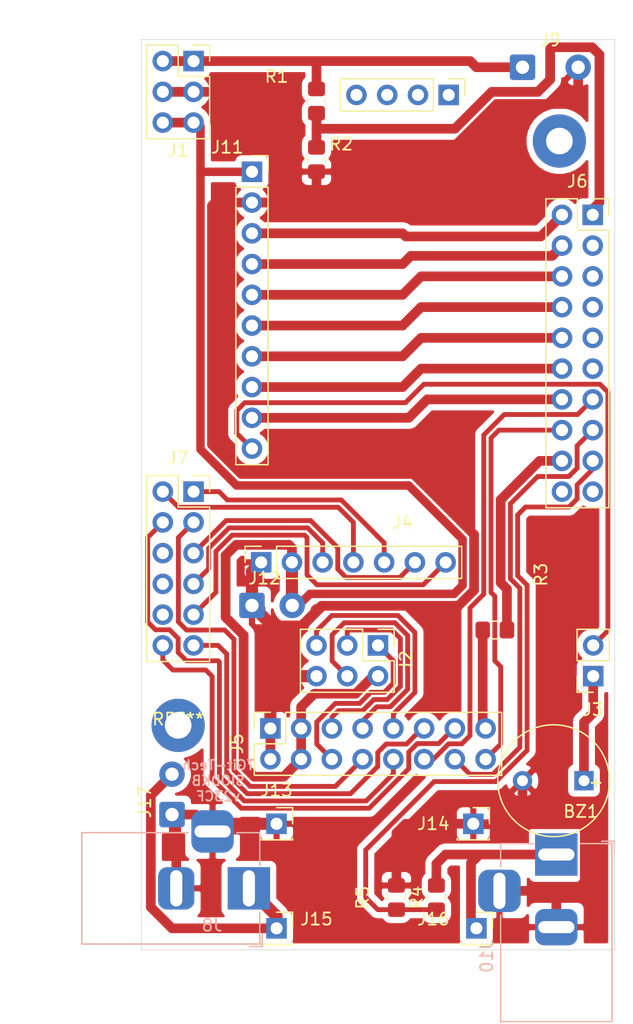
<source format=kicad_pcb>
(kicad_pcb (version 20221018) (generator pcbnew)
  (layers (0 "F.Cu" signal) (31 "B.Cu" signal) (34 "B.Paste" user) (35 "F.Paste" user) (36 "B.SilkS" user "B.Silkscreen") (37 "F.SilkS" user "F.Silkscreen") (38 "B.Mask" user) (39 "F.Mask" user) (44 "Edge.Cuts" user))
  (net 0 "")
  (net 1 "/GND")
  (net 2 "/5V")
  (net 3 "/VIN")
  (net 4 "/RES")
  (net 5 "/SDA")
  (net 6 "/SCK")
  (net 7 "/RS")
  (net 8 "/CS")
  (net 9 "/M0")
  (net 10 "/M1")
  (net 11 "/TXD")
  (net 12 "/RXD")
  (net 13 "/AUX")
  (net 14 "/BL")
  (net 15 "/BZ")
  (net 16 "/A1")
  (net 17 "/A13")
  (net 18 "/A11")
  (net 19 "/A9")
  (net 20 "/A7")
  (net 21 "/A5")
  (net 22 "/A3")
  (net 23 "/D45")
  (net 24 "/BLR")
  (net 25 "Net-(J6-Pad7)")
  (net 26 "Net-(J6-Pad5)")
  (net 27 "Net-(J6-Pad3)")
  (net 28 "/Vmon")
  (net 29 "Net-(J7-Pad8)")
  (net 30 "/SET")
  (net 31 "/OK")
  (net 32 "/RT")
  (net 33 "/UP")
  (net 34 "/DW")
  (net 35 "Net-(J6-Pad11)")
  (net 36 "Net-(J6-Pad9)")
  (net 37 "/LFT")
  (net 38 "Net-(J7-Pad10)")
  (net 39 "Net-(J7-Pad6)")
  (net 40 "Net-(J6-Pad19)")
  (net 41 "/HVIN")
  (net 42 "/HVmon")
  (net 43 "Net-(J6-Pad20)")
  (footprint "Buzzer_Beeper:MagneticBuzzer_PUI_AT-0927-TT-6-R" (layer "F.Cu") (at 160.782 79.756 180)
    (fp_text reference "BZ1" (at -0.254 -2.54) (layer "F.SilkS"))
    (fp_text value "Buzzer")
    (fp_text user "+" (at -1.5 -0.1) (layer "F.SilkS"))
    (pad "1" thru_hole rect (at -0.508 0 180) (size 1.6 1.6) (drill 0.9) (layers "*.Cu" "*.Mask") (net 15 "/BZ"))
    (pad "2" thru_hole circle (at 4.572 0 180) (size 1.6 1.6) (drill 0.9) (layers "*.Cu" "*.Mask") (net 1 "/GND"))
  )
  (footprint "Connector_PinSocket_2.54mm:PinSocket_2x03_P2.54mm_Vertical" (layer "F.Cu") (at 129.032 20.32)
    (fp_text reference "J1" (at -1.27 7.366) (layer "F.SilkS"))
    (fp_text value "PWR")
    (pad "1" thru_hole rect (at 0 0) (size 1.7 1.7) (drill 1) (layers "*.Cu" "*.Mask") (net 3 "/VIN"))
    (pad "2" thru_hole oval (at -2.54 0) (size 1.7 1.7) (drill 1) (layers "*.Cu" "*.Mask") (net 3 "/VIN"))
    (pad "3" thru_hole oval (at 0 2.54) (size 1.7 1.7) (drill 1) (layers "*.Cu" "*.Mask") (net 1 "/GND"))
    (pad "4" thru_hole oval (at -2.54 2.54) (size 1.7 1.7) (drill 1) (layers "*.Cu" "*.Mask") (net 1 "/GND"))
    (pad "5" thru_hole oval (at 0 5.08) (size 1.7 1.7) (drill 1) (layers "*.Cu" "*.Mask") (net 2 "/5V"))
    (pad "6" thru_hole oval (at -2.54 5.08) (size 1.7 1.7) (drill 1) (layers "*.Cu" "*.Mask") (net 2 "/5V"))
  )
  (footprint "Connector_PinHeader_2.54mm:PinHeader_2x03_P2.54mm_Vertical" (layer "F.Cu") (at 144.272 68.58 -90)
    (fp_text reference "J2" (at 1.27 -2.33 90) (layer "F.SilkS"))
    (fp_text value "ICSP")
    (pad "1" thru_hole rect (at 0 0 270) (size 1.7 1.7) (drill 1) (layers "*.Cu" "*.Mask") (net 30 "/SET"))
    (pad "2" thru_hole oval (at 2.54 0 270) (size 1.7 1.7) (drill 1) (layers "*.Cu" "*.Mask") (net 2 "/5V"))
    (pad "3" thru_hole oval (at 0 2.54 270) (size 1.7 1.7) (drill 1) (layers "*.Cu" "*.Mask") (net 6 "/SCK"))
    (pad "4" thru_hole oval (at 2.54 2.54 270) (size 1.7 1.7) (drill 1) (layers "*.Cu" "*.Mask") (net 5 "/SDA"))
    (pad "5" thru_hole oval (at 0 5.08 270) (size 1.7 1.7) (drill 1) (layers "*.Cu" "*.Mask") (net 4 "/RES"))
    (pad "6" thru_hole oval (at 2.54 5.08 270) (size 1.7 1.7) (drill 1) (layers "*.Cu" "*.Mask") (net 1 "/GND"))
  )
  (footprint "Connector_PinSocket_2.54mm:PinSocket_1x07_P2.54mm_Vertical" (layer "F.Cu") (at 134.62 61.722 90)
    (fp_text reference "J4" (at 3.302 11.684 180) (layer "F.SilkS"))
    (fp_text value "E32")
    (pad "1" thru_hole rect (at 0 0 90) (size 1.7 1.7) (drill 1) (layers "*.Cu" "*.Mask") (net 1 "/GND"))
    (pad "2" thru_hole oval (at 0 2.54 90) (size 1.7 1.7) (drill 1) (layers "*.Cu" "*.Mask") (net 2 "/5V"))
    (pad "3" thru_hole oval (at 0 5.08 90) (size 1.7 1.7) (drill 1) (layers "*.Cu" "*.Mask") (net 13 "/AUX"))
    (pad "4" thru_hole oval (at 0 7.62 90) (size 1.7 1.7) (drill 1) (layers "*.Cu" "*.Mask") (net 12 "/RXD"))
    (pad "5" thru_hole oval (at 0 10.16 90) (size 1.7 1.7) (drill 1) (layers "*.Cu" "*.Mask") (net 11 "/TXD"))
    (pad "6" thru_hole oval (at 0 12.7 90) (size 1.7 1.7) (drill 1) (layers "*.Cu" "*.Mask") (net 10 "/M1"))
    (pad "7" thru_hole oval (at 0 15.24 90) (size 1.7 1.7) (drill 1) (layers "*.Cu" "*.Mask") (net 9 "/M0"))
  )
  (footprint "Resistor_SMD:R_0805_2012Metric_Pad1.20x1.40mm_HandSolder" (layer "F.Cu") (at 139.192 23.622 90)
    (fp_text reference "R1" (at 2.032 -3.302 180) (layer "F.SilkS"))
    (fp_text value "910K")
    (pad "1" smd roundrect (at -1 0 90) (size 1.2 1.4) (layers "F.Cu" "F.Paste" "F.Mask") (roundrect_rratio 0.2083325) (net 28 "/Vmon"))
    (pad "2" smd roundrect (at 1 0 90) (size 1.2 1.4) (layers "F.Cu" "F.Paste" "F.Mask") (roundrect_rratio 0.2083325) (net 3 "/VIN"))
  )
  (footprint "Resistor_SMD:R_0805_2012Metric_Pad1.20x1.40mm_HandSolder" (layer "F.Cu") (at 139.192 28.448 90)
    (fp_text reference "R2" (at 1.27 2.032 180) (layer "F.SilkS"))
    (fp_text value "470K")
    (pad "1" smd roundrect (at -1 0 90) (size 1.2 1.4) (layers "F.Cu" "F.Paste" "F.Mask") (roundrect_rratio 0.2083325) (net 1 "/GND"))
    (pad "2" smd roundrect (at 1 0 90) (size 1.2 1.4) (layers "F.Cu" "F.Paste" "F.Mask") (roundrect_rratio 0.2083325) (net 28 "/Vmon"))
  )
  (footprint "Resistor_SMD:R_0805_2012Metric_Pad1.20x1.40mm_HandSolder" (layer "F.Cu") (at 153.924 67.31 180)
    (fp_text reference "R3" (at -3.81 4.572 270) (layer "F.SilkS"))
    (fp_text value "39")
    (pad "1" smd roundrect (at -1 0 180) (size 1.2 1.4) (layers "F.Cu" "F.Paste" "F.Mask") (roundrect_rratio 0.2083325) (net 24 "/BLR"))
    (pad "2" smd roundrect (at 1 0 180) (size 1.2 1.4) (layers "F.Cu" "F.Paste" "F.Mask") (roundrect_rratio 0.2083325) (net 14 "/BL"))
  )
  (footprint "Connector_Wire:SolderWire-0.5sqmm_1x02_P4.6mm_D0.9mm_OD2.1mm" (layer "F.Cu") (at 156.21 20.828)
    (fp_text reference "J9" (at 2.3 -2.25) (layer "F.SilkS"))
    (fp_text value "Batt")
    (pad "1" thru_hole roundrect (at 0 0) (size 2.1 2.1) (drill 1.1) (layers "*.Cu" "*.Mask") (roundrect_rratio 0.1190471429) (net 3 "/VIN"))
    (pad "2" thru_hole circle (at 4.6 0) (size 2.1 2.1) (drill 1.1) (layers "*.Cu" "*.Mask") (net 1 "/GND"))
  )
  (footprint "MountingHole:MountingHole_2.2mm_M2_Pad" (layer "F.Cu") (at 127.762 75.184)
    (fp_text reference "REF**" (at 0 -0.508) (layer "F.SilkS"))
    (fp_text value "LL")
    (pad "1" thru_hole circle (at 0 0) (size 4.4 4.4) (drill 2.2) (layers "*.Cu" "*.Mask"))
  )
  (footprint "MountingHole:MountingHole_2.2mm_M2_Pad" (layer "F.Cu") (at 159.258 26.924)
    (fp_text reference "REF**" hide)
    (fp_text value "TR" hide)
    (pad "1" thru_hole circle (at 0 0) (size 4.4 4.4) (drill 2.2) (layers "*.Cu" "*.Mask"))
  )
  (footprint "Connector_PinSocket_2.54mm:PinSocket_1x10_P2.54mm_Vertical" (layer "F.Cu") (at 133.858 29.464)
    (fp_text reference "J11" (at -2.032 -2.032) (layer "F.SilkS"))
    (fp_text value "IO")
    (pad "1" thru_hole rect (at 0 0) (size 1.7 1.7) (drill 1) (layers "*.Cu" "*.Mask") (net 2 "/5V"))
    (pad "2" thru_hole oval (at 0 2.54) (size 1.7 1.7) (drill 1) (layers "*.Cu" "*.Mask") (net 1 "/GND"))
    (pad "3" thru_hole oval (at 0 5.08) (size 1.7 1.7) (drill 1) (layers "*.Cu" "*.Mask") (net 16 "/A1"))
    (pad "4" thru_hole oval (at 0 7.62) (size 1.7 1.7) (drill 1) (layers "*.Cu" "*.Mask") (net 22 "/A3"))
    (pad "5" thru_hole oval (at 0 10.16) (size 1.7 1.7) (drill 1) (layers "*.Cu" "*.Mask") (net 21 "/A5"))
    (pad "6" thru_hole oval (at 0 12.7) (size 1.7 1.7) (drill 1) (layers "*.Cu" "*.Mask") (net 20 "/A7"))
    (pad "7" thru_hole oval (at 0 15.24) (size 1.7 1.7) (drill 1) (layers "*.Cu" "*.Mask") (net 19 "/A9"))
    (pad "8" thru_hole oval (at 0 17.78) (size 1.7 1.7) (drill 1) (layers "*.Cu" "*.Mask") (net 18 "/A11"))
    (pad "9" thru_hole oval (at 0 20.32) (size 1.7 1.7) (drill 1) (layers "*.Cu" "*.Mask") (net 17 "/A13"))
    (pad "10" thru_hole oval (at 0 22.86) (size 1.7 1.7) (drill 1) (layers "*.Cu" "*.Mask") (net 23 "/D45"))
  )
  (footprint "Connector_PinHeader_2.54mm:PinHeader_1x04_P2.54mm_Vertical" (layer "F.Cu") (at 150.114 23.114 -90)
    (fp_text reference "REF**" hide)
    (fp_text value "E32MNT" hide)
    (pad "1" thru_hole rect (at 0 0 270) (size 1.7 1.7) (drill 1) (layers "*.Cu" "*.Mask"))
    (pad "2" thru_hole oval (at 0 2.54 270) (size 1.7 1.7) (drill 1) (layers "*.Cu" "*.Mask"))
    (pad "3" thru_hole oval (at 0 5.08 270) (size 1.7 1.7) (drill 1) (layers "*.Cu" "*.Mask"))
    (pad "4" thru_hole oval (at 0 7.62 270) (size 1.7 1.7) (drill 1) (layers "*.Cu" "*.Mask"))
  )
  (footprint "Connector_PinSocket_2.54mm:PinSocket_2x08_P2.54mm_Vertical" (layer "F.Cu") (at 135.382 75.438 90)
    (fp_text reference "J5" (at -1.27 -2.77 90) (layer "F.SilkS"))
    (fp_text value "DispKB")
    (pad "1" thru_hole rect (at 0 0 90) (size 1.7 1.7) (drill 1) (layers "*.Cu" "*.Mask") (net 1 "/GND"))
    (pad "2" thru_hole oval (at -2.54 0 90) (size 1.7 1.7) (drill 1) (layers "*.Cu" "*.Mask") (net 1 "/GND"))
    (pad "3" thru_hole oval (at 0 2.54 90) (size 1.7 1.7) (drill 1) (layers "*.Cu" "*.Mask") (net 2 "/5V"))
    (pad "4" thru_hole oval (at -2.54 2.54 90) (size 1.7 1.7) (drill 1) (layers "*.Cu" "*.Mask") (net 2 "/5V"))
    (pad "5" thru_hole oval (at 0 5.08 90) (size 1.7 1.7) (drill 1) (layers "*.Cu" "*.Mask") (net 6 "/SCK"))
    (pad "6" thru_hole oval (at -2.54 5.08 90) (size 1.7 1.7) (drill 1) (layers "*.Cu" "*.Mask") (net 30 "/SET"))
    (pad "7" thru_hole oval (at 0 7.62 90) (size 1.7 1.7) (drill 1) (layers "*.Cu" "*.Mask") (net 5 "/SDA"))
    (pad "8" thru_hole oval (at -2.54 7.62 90) (size 1.7 1.7) (drill 1) (layers "*.Cu" "*.Mask") (net 31 "/OK"))
    (pad "9" thru_hole oval (at 0 10.16 90) (size 1.7 1.7) (drill 1) (layers "*.Cu" "*.Mask") (net 4 "/RES"))
    (pad "10" thru_hole oval (at -2.54 10.16 90) (size 1.7 1.7) (drill 1) (layers "*.Cu" "*.Mask") (net 32 "/RT"))
    (pad "11" thru_hole oval (at 0 12.7 90) (size 1.7 1.7) (drill 1) (layers "*.Cu" "*.Mask") (net 7 "/RS"))
    (pad "12" thru_hole oval (at -2.54 12.7 90) (size 1.7 1.7) (drill 1) (layers "*.Cu" "*.Mask") (net 33 "/UP"))
    (pad "13" thru_hole oval (at 0 15.24 90) (size 1.7 1.7) (drill 1) (layers "*.Cu" "*.Mask") (net 8 "/CS"))
    (pad "14" thru_hole oval (at -2.54 15.24 90) (size 1.7 1.7) (drill 1) (layers "*.Cu" "*.Mask") (net 34 "/DW"))
    (pad "15" thru_hole oval (at 0 17.78 90) (size 1.7 1.7) (drill 1) (layers "*.Cu" "*.Mask") (net 14 "/BL"))
    (pad "16" thru_hole oval (at -2.54 17.78 90) (size 1.7 1.7) (drill 1) (layers "*.Cu" "*.Mask") (net 37 "/LFT"))
  )
  (footprint "Connector_PinSocket_2.54mm:PinSocket_2x06_P2.54mm_Vertical" (layer "F.Cu") (at 129.032 55.88)
    (fp_text reference "J7" (at -1.27 -2.77) (layer "F.SilkS"))
    (fp_text value "2x6")
    (pad "1" thru_hole rect (at 0 0) (size 1.7 1.7) (drill 1) (layers "*.Cu" "*.Mask") (net 11 "/TXD"))
    (pad "2" thru_hole oval (at -2.54 0) (size 1.7 1.7) (drill 1) (layers "*.Cu" "*.Mask") (net 12 "/RXD"))
    (pad "3" thru_hole oval (at 0 2.54) (size 1.7 1.7) (drill 1) (layers "*.Cu" "*.Mask") (net 31 "/OK"))
    (pad "4" thru_hole oval (at -2.54 2.54) (size 1.7 1.7) (drill 1) (layers "*.Cu" "*.Mask") (net 32 "/RT"))
    (pad "5" thru_hole oval (at 0 5.08) (size 1.7 1.7) (drill 1) (layers "*.Cu" "*.Mask") (net 10 "/M1"))
    (pad "6" thru_hole oval (at -2.54 5.08) (size 1.7 1.7) (drill 1) (layers "*.Cu" "*.Mask") (net 39 "Net-(J7-Pad6)"))
    (pad "7" thru_hole oval (at 0 7.62) (size 1.7 1.7) (drill 1) (layers "*.Cu" "*.Mask") (net 13 "/AUX"))
    (pad "8" thru_hole oval (at -2.54 7.62) (size 1.7 1.7) (drill 1) (layers "*.Cu" "*.Mask") (net 29 "Net-(J7-Pad8)"))
    (pad "9" thru_hole oval (at 0 10.16) (size 1.7 1.7) (drill 1) (layers "*.Cu" "*.Mask") (net 9 "/M0"))
    (pad "10" thru_hole oval (at -2.54 10.16) (size 1.7 1.7) (drill 1) (layers "*.Cu" "*.Mask") (net 38 "Net-(J7-Pad10)"))
    (pad "11" thru_hole oval (at 0 12.7) (size 1.7 1.7) (drill 1) (layers "*.Cu" "*.Mask") (net 7 "/RS"))
    (pad "12" thru_hole oval (at -2.54 12.7) (size 1.7 1.7) (drill 1) (layers "*.Cu" "*.Mask") (net 8 "/CS"))
  )
  (footprint "Connector_PinSocket_2.54mm:PinSocket_1x02_P2.54mm_Vertical" (layer "F.Cu") (at 162.052 71.12 180)
    (fp_text reference "J3" (at 0 -2.77) (layer "F.SilkS"))
    (fp_text value "2x1")
    (pad "1" thru_hole rect (at 0 0 180) (size 1.7 1.7) (drill 1) (layers "*.Cu" "*.Mask") (net 15 "/BZ"))
    (pad "2" thru_hole oval (at 0 2.54 180) (size 1.7 1.7) (drill 1) (layers "*.Cu" "*.Mask") (net 23 "/D45"))
  )
  (footprint "Connector_PinSocket_2.54mm:PinSocket_2x10_P2.54mm_Vertical" (layer "F.Cu") (at 162.014 33.02)
    (fp_text reference "J6" (at -1.27 -2.77) (layer "F.SilkS"))
    (fp_text value "2x10")
    (pad "1" thru_hole rect (at 0 0) (size 1.7 1.7) (drill 1) (layers "*.Cu" "*.Mask") (net 28 "/Vmon"))
    (pad "2" thru_hole oval (at -2.54 0) (size 1.7 1.7) (drill 1) (layers "*.Cu" "*.Mask") (net 16 "/A1"))
    (pad "3" thru_hole oval (at 0 2.54) (size 1.7 1.7) (drill 1) (layers "*.Cu" "*.Mask") (net 27 "Net-(J6-Pad3)"))
    (pad "4" thru_hole oval (at -2.54 2.54) (size 1.7 1.7) (drill 1) (layers "*.Cu" "*.Mask") (net 22 "/A3"))
    (pad "5" thru_hole oval (at 0 5.08) (size 1.7 1.7) (drill 1) (layers "*.Cu" "*.Mask") (net 26 "Net-(J6-Pad5)"))
    (pad "6" thru_hole oval (at -2.54 5.08) (size 1.7 1.7) (drill 1) (layers "*.Cu" "*.Mask") (net 21 "/A5"))
    (pad "7" thru_hole oval (at 0 7.62) (size 1.7 1.7) (drill 1) (layers "*.Cu" "*.Mask") (net 25 "Net-(J6-Pad7)"))
    (pad "8" thru_hole oval (at -2.54 7.62) (size 1.7 1.7) (drill 1) (layers "*.Cu" "*.Mask") (net 20 "/A7"))
    (pad "9" thru_hole oval (at 0 10.16) (size 1.7 1.7) (drill 1) (layers "*.Cu" "*.Mask") (net 36 "Net-(J6-Pad9)"))
    (pad "10" thru_hole oval (at -2.54 10.16) (size 1.7 1.7) (drill 1) (layers "*.Cu" "*.Mask") (net 19 "/A9"))
    (pad "11" thru_hole oval (at 0 12.7) (size 1.7 1.7) (drill 1) (layers "*.Cu" "*.Mask") (net 35 "Net-(J6-Pad11)"))
    (pad "12" thru_hole oval (at -2.54 12.7) (size 1.7 1.7) (drill 1) (layers "*.Cu" "*.Mask") (net 18 "/A11"))
    (pad "13" thru_hole oval (at 0 15.24) (size 1.7 1.7) (drill 1) (layers "*.Cu" "*.Mask") (net 33 "/UP"))
    (pad "14" thru_hole oval (at -2.54 15.24) (size 1.7 1.7) (drill 1) (layers "*.Cu" "*.Mask") (net 17 "/A13"))
    (pad "15" thru_hole oval (at 0 17.78) (size 1.7 1.7) (drill 1) (layers "*.Cu" "*.Mask") (net 34 "/DW"))
    (pad "16" thru_hole oval (at -2.54 17.78) (size 1.7 1.7) (drill 1) (layers "*.Cu" "*.Mask") (net 37 "/LFT"))
    (pad "17" thru_hole oval (at 0 20.32) (size 1.7 1.7) (drill 1) (layers "*.Cu" "*.Mask") (net 42 "/HVmon"))
    (pad "18" thru_hole oval (at -2.54 20.32) (size 1.7 1.7) (drill 1) (layers "*.Cu" "*.Mask") (net 24 "/BLR"))
    (pad "19" thru_hole oval (at 0 22.86) (size 1.7 1.7) (drill 1) (layers "*.Cu" "*.Mask") (net 40 "Net-(J6-Pad19)"))
    (pad "20" thru_hole oval (at -2.54 22.86) (size 1.7 1.7) (drill 1) (layers "*.Cu" "*.Mask") (net 43 "Net-(J6-Pad20)"))
  )
  (footprint "Connector_PinSocket_2.54mm:PinSocket_1x01_P2.54mm_Vertical" (layer "F.Cu") (at 135.89 83.312)
    (fp_text reference "J13" (at 0 -2.77) (layer "F.SilkS"))
    (fp_text value "13")
    (pad "1" thru_hole rect (at 0 0) (size 1.7 1.7) (drill 1) (layers "*.Cu" "*.Mask") (net 1 "/GND"))
  )
  (footprint "Connector_PinSocket_2.54mm:PinSocket_1x01_P2.54mm_Vertical" (layer "F.Cu") (at 152.146 83.312)
    (fp_text reference "J14" (at -3.302 0) (layer "F.SilkS"))
    (fp_text value "14")
    (pad "1" thru_hole rect (at 0 0) (size 1.7 1.7) (drill 1) (layers "*.Cu" "*.Mask") (net 1 "/GND"))
  )
  (footprint "Connector_PinSocket_2.54mm:PinSocket_1x01_P2.54mm_Vertical" (layer "F.Cu") (at 135.89 91.948)
    (fp_text reference "J15" (at 3.302 -0.762) (layer "F.SilkS"))
    (fp_text value "15")
    (pad "1" thru_hole rect (at 0 0) (size 1.7 1.7) (drill 1) (layers "*.Cu" "*.Mask") (net 2 "/5V"))
  )
  (footprint "Connector_PinSocket_2.54mm:PinSocket_1x01_P2.54mm_Vertical" (layer "F.Cu") (at 152.4 91.948)
    (fp_text reference "J16" (at -3.556 -0.762) (layer "F.SilkS"))
    (fp_text value "16")
    (pad "1" thru_hole rect (at 0 0) (size 1.7 1.7) (drill 1) (layers "*.Cu" "*.Mask") (net 41 "/HVIN"))
  )
  (footprint "Resistor_SMD:R_0805_2012Metric_Pad1.20x1.40mm_HandSolder" (layer "F.Cu") (at 149.098 89.408 90)
    (fp_text reference "R4" (at 0 -1.65 90) (layer "F.SilkS"))
    (fp_text value "2.2M")
    (pad "1" smd roundrect (at -1 0 90) (size 1.2 1.4) (layers "F.Cu" "F.Paste" "F.Mask") (roundrect_rratio 0.2083325) (net 42 "/HVmon"))
    (pad "2" smd roundrect (at 1 0 90) (size 1.2 1.4) (layers "F.Cu" "F.Paste" "F.Mask") (roundrect_rratio 0.2083325) (net 41 "/HVIN"))
  )
  (footprint "Connector_Wire:SolderWire-0.5sqmm_1x02_P4.6mm_D0.9mm_OD2.1mm" (layer "F.Cu") (at 132.588 65.278)
    (fp_text reference "J12" (at 2.3 -2.25) (layer "F.SilkS"))
    (fp_text value "Batt")
    (pad "1" thru_hole roundrect (at 1.27 0) (size 2.1 2.1) (drill 1.1) (layers "*.Cu" "*.Mask") (roundrect_rratio 0.119047619) (net 1 "/GND"))
    (pad "2" thru_hole circle (at 4.6 0) (size 2.1 2.1) (drill 1.1) (layers "*.Cu" "*.Mask") (net 2 "/5V"))
  )
  (footprint "Connector_Wire:SolderWire-0.5sqmm_1x02_P4.6mm_D0.9mm_OD2.1mm" (layer "F.Cu") (at 127.254 83.82 90)
    (fp_text reference "J17" (at 2.3 -2.25 90) (layer "F.SilkS"))
    (fp_text value "Batt")
    (pad "1" thru_hole roundrect (at 1.27 0 90) (size 2.1 2.1) (drill 1.1) (layers "*.Cu" "*.Mask") (roundrect_rratio 0.119047619) (net 1 "/GND"))
    (pad "2" thru_hole circle (at 4.6 0 90) (size 2.1 2.1) (drill 1.1) (layers "*.Cu" "*.Mask") (net 2 "/5V"))
  )
  (footprint "Resistor_SMD:R_0805_2012Metric_Pad1.20x1.40mm_HandSolder" (layer "F.Cu") (at 145.796 89.408 90)
    (fp_text reference "R5" (at 0 -2.794 90) (layer "F.SilkS"))
    (fp_text value "330K")
    (pad "1" smd roundrect (at -1 0 90) (size 1.2 1.4) (layers "F.Cu" "F.Paste" "F.Mask") (roundrect_rratio 0.2083325) (net 42 "/HVmon"))
    (pad "2" smd roundrect (at 1 0 90) (size 1.2 1.4) (layers "F.Cu" "F.Paste" "F.Mask") (roundrect_rratio 0.2083325) (net 1 "/GND"))
  )
  (footprint "Connector_BarrelJack:BarrelJack_Horizontal" (layer "B.Cu") (at 133.604 88.646)
    (fp_text reference "J8" (at -3.048 3.048) (layer "B.SilkS") (effects (justify mirror)))
    (fp_text value "OUT")
    (pad "1" thru_hole rect (at 0 0) (size 3.5 3.5) (drill oval 1 3) (layers "*.Cu" "*.Mask") (net 2 "/5V"))
    (pad "2" thru_hole roundrect (at -6 0) (size 3 3.5) (drill oval 1 3) (layers "*.Cu" "*.Mask") (net 1 "/GND"))
    (pad "3" thru_hole roundrect (at -3 -4.7) (size 3.5 3.5) (drill oval 3 1) (layers "*.Cu" "*.Mask") (net 1 "/GND"))
  )
  (footprint "Connector_BarrelJack:BarrelJack_Horizontal" (layer "B.Cu") (at 159.004 85.852 90)
    (fp_text reference "J10" (at -8.45 -5.75 -90) (layer "B.SilkS") (effects (justify mirror)))
    (fp_text value "IN")
    (pad "1" thru_hole rect (at 0 0 90) (size 3.5 3.5) (drill oval 1 3) (layers "*.Cu" "*.Mask") (net 41 "/HVIN"))
    (pad "2" thru_hole roundrect (at -6 0 90) (size 3 3.5) (drill oval 1 3) (layers "*.Cu" "*.Mask") (net 1 "/GND"))
    (pad "3" thru_hole roundrect (at -3 -4.7 90) (size 3.5 3.5) (drill oval 3 1) (layers "*.Cu" "*.Mask") (net 1 "/GND"))
  )
  (gr_line (start 163.83 18.542) (end 124.714 18.542) (stroke (width 0.05)) (layer "Edge.Cuts"))
  (gr_line (start 124.714 81.788) (end 124.714 18.542) (stroke (width 0.05)) (layer "Edge.Cuts"))
  (gr_line (start 124.714 93.726) (end 124.714 81.788) (stroke (width 0.05)) (layer "Edge.Cuts"))
  (gr_line (start 163.83 93.726) (end 124.714 93.726) (stroke (width 0.05)) (layer "Edge.Cuts"))
  (gr_line (start 163.83 18.542) (end 163.83 93.726) (stroke (width 0.05)) (layer "Edge.Cuts"))
  (gr_text "TGit-Tech\nSIODKB\nv23CF" (at 131.064 79.756) (layer "B.SilkS") (effects (font (size 0.8 0.8)) (justify mirror)))
  (segment (start 147.205507 54.42199) (end 147.76201 54.978494) (width 0.8) (layer "F.Cu") (net 1))
  (segment (start 130.556 51.996484) (end 132.981506 54.42199) (width 0.8) (layer "F.Cu") (net 1))
  (segment (start 139.598031 65.309971) (end 137.980001 66.928001) (width 0.8) (layer "F.Cu") (net 1))
  (segment (start 139.192 31.75) (end 138.938 32.004) (width 0.8) (layer "F.Cu") (net 1))
  (segment (start 134.62 65.532) (end 134.366 65.278) (width 0.7) (layer "F.Cu") (net 1))
  (segment (start 135.382 71.374) (end 135.382 75.438) (width 1) (layer "F.Cu") (net 1))
  (segment (start 152.146 83.312) (end 146.558 83.312) (width 0.8) (layer "F.Cu") (net 1))
  (segment (start 160.81 20.828) (end 160.81 23.086) (width 0.8) (layer "F.Cu") (net 1))
  (segment (start 158.702 88.852) (end 160.584002 88.852) (width 0.8) (layer "F.Cu") (net 1))
  (segment (start 139.192 29.448) (end 139.192 31.75) (width 0.8) (layer "F.Cu") (net 1))
  (segment (start 136.398 32.004) (end 138.938 32.004) (width 0.8) (layer "F.Cu") (net 1))
  (segment (start 129.208 82.55) (end 130.604 83.946) (width 0.8) (layer "F.Cu") (net 1))
  (segment (start 160.81 20.828) (end 160.81 20.944227) (width 0.8) (layer "F.Cu") (net 1))
  (segment (start 156.21 83.058) (end 156.50201 83.35001) (width 0.8) (layer "F.Cu") (net 1))
  (segment (start 133.858 32.004) (end 135.382 32.004) (width 0.8) (layer "F.Cu") (net 1))
  (segment (start 135.636 71.12) (end 135.382 71.374) (width 1) (layer "F.Cu") (net 1))
  (segment (start 135.508001 66.928001) (end 133.858 65.278) (width 0.8) (layer "F.Cu") (net 1))
  (segment (start 161.082012 83.35001) (end 156.50201 83.35001) (width 0.8) (layer "F.Cu") (net 1))
  (segment (start 146.558 83.312) (end 145.796 84.074) (width 0.8) (layer "F.Cu") (net 1))
  (segment (start 156.21 79.756) (end 156.21 83.058) (width 0.8) (layer "F.Cu") (net 1))
  (segment (start 127.604 82.9) (end 127.254 82.55) (width 0.8) (layer "F.Cu") (net 1))
  (segment (start 135.89 83.312) (end 131.238 83.312) (width 1) (layer "F.Cu") (net 1))
  (segment (start 145.796 84.074) (end 145.796 88.408) (width 0.8) (layer "F.Cu") (net 1))
  (segment (start 147.76201 54.978494) (end 152.210011 59.426494) (width 0.8) (layer "F.Cu") (net 1))
  (segment (start 156.50201 83.35001) (end 152.18401 83.35001) (width 0.8) (layer "F.Cu") (net 1))
  (segment (start 138.938 32.004) (end 145.940226 32.004) (width 0.8) (layer "F.Cu") (net 1))
  (segment (start 135.382 77.978) (end 135.382 75.438) (width 0.8) (layer "F.Cu") (net 1))
  (segment (start 136.398 32.004) (end 133.858 32.004) (width 0.8) (layer "F.Cu") (net 1))
  (segment (start 135.382 66.802) (end 135.382 71.374) (width 1) (layer "F.Cu") (net 1))
  (segment (start 136.398 26.67) (end 136.398 32.004) (width 0.8) (layer "F.Cu") (net 1))
  (segment (start 139.192 71.12) (end 135.636 71.12) (width 1) (layer "F.Cu") (net 1))
  (segment (start 126.492 22.86) (end 129.032 22.86) (width 0.8) (layer "F.Cu") (net 1))
  (segment (start 145.940226 32.004) (end 154.084216 23.86001) (width 0.8) (layer "F.Cu") (net 1))
  (segment (start 159.004 91.852) (end 159.004 89.154) (width 0.8) (layer "F.Cu") (net 1))
  (segment (start 161.354001 88.082001) (end 161.354001 83.621999) (width 0.8) (layer "F.Cu") (net 1))
  (segment (start 160.03599 23.86001) (end 160.81 23.086) (width 0.8) (layer "F.Cu") (net 1))
  (segment (start 160.584002 88.852) (end 161.354001 88.082001) (width 0.8) (layer "F.Cu") (net 1))
  (segment (start 134.62 61.722) (end 134.112 61.722) (width 0.7) (layer "F.Cu") (net 1))
  (segment (start 150.917546 65.309971) (end 139.598031 65.309971) (width 0.8) (layer "F.Cu") (net 1))
  (segment (start 152.210011 59.426494) (end 152.210011 64.017506) (width 0.8) (layer "F.Cu") (net 1))
  (segment (start 132.981506 54.42199) (end 147.205507 54.42199) (width 0.8) (layer "F.Cu") (net 1))
  (segment (start 133.858 65.278) (end 135.382 66.802) (width 1) (layer "F.Cu") (net 1))
  (segment (start 133.858 32.004) (end 130.81 32.004) (width 0.8) (layer "F.Cu") (net 1))
  (segment (start 130.81 32.004) (end 130.556 32.258) (width 0.8) (layer "F.Cu") (net 1))
  (segment (start 152.18401 83.35001) (end 152.146 83.312) (width 0.8) (layer "F.Cu") (net 1))
  (segment (start 154.084216 23.86001) (end 160.03599 23.86001) (width 0.8) (layer "F.Cu") (net 1))
  (segment (start 152.210011 64.017506) (end 150.917546 65.309971) (width 0.8) (layer "F.Cu") (net 1))
  (segment (start 130.556 32.258) (end 130.556 51.996484) (width 0.8) (layer "F.Cu") (net 1))
  (segment (start 133.858 65.278) (end 133.858 62.484) (width 1) (layer "F.Cu") (net 1))
  (segment (start 159.004 91.852) (end 159.004 91.948) (width 0.8) (layer "F.Cu") (net 1))
  (segment (start 133.858 62.484) (end 134.62 61.722) (width 1) (layer "F.Cu") (net 1))
  (segment (start 137.980001 66.928001) (end 135.508001 66.928001) (width 0.8) (layer "F.Cu") (net 1))
  (segment (start 127.604 88.646) (end 127.604 82.9) (width 0.8) (layer "F.Cu") (net 1))
  (segment (start 159.004 89.154) (end 158.702 88.852) (width 0.8) (layer "F.Cu") (net 1))
  (segment (start 131.238 83.312) (end 130.604 83.946) (width 1) (layer "F.Cu") (net 1))
  (segment (start 161.354001 83.621999) (end 161.082012 83.35001) (width 0.8) (layer "F.Cu") (net 1))
  (segment (start 129.032 22.86) (end 132.588 22.86) (width 0.8) (layer "F.Cu") (net 1))
  (segment (start 154.304 88.852) (end 158.702 88.852) (width 0.8) (layer "F.Cu") (net 1))
  (segment (start 132.588 22.86) (end 136.398 26.67) (width 0.8) (layer "F.Cu") (net 1))
  (segment (start 127.254 82.55) (end 129.208 82.55) (width 0.8) (layer "F.Cu") (net 1))
  (segment (start 136.91208 60.271999) (end 132.548469 60.271999) (width 0.8) (layer "F.Cu") (net 2))
  (segment (start 139.011999 72.570001) (end 137.922 73.66) (width 0.8) (layer "F.Cu") (net 2))
  (segment (start 144.272 71.12) (end 144.018 71.12) (width 0.8) (layer "F.Cu") (net 2))
  (segment (start 137.16 61.722) (end 137.16 60.519919) (width 0.8) (layer "F.Cu") (net 2))
  (segment (start 133.169999 67.740626) (end 133.169999 78.546001) (width 0.8) (layer "F.Cu") (net 2))
  (segment (start 142.428001 72.570001) (end 139.011999 72.570001) (width 0.8) (layer "F.Cu") (net 2))
  (segment (start 125.50399 90.205194) (end 127.246796 91.948) (width 0.8) (layer "F.Cu") (net 2))
  (segment (start 138.65198 64.32202) (end 137.696 65.278) (width 0.7) (layer "F.Cu") (net 2))
  (segment (start 132.548469 60.271999) (end 131.682021 61.138447) (width 0.8) (layer "F.Cu") (net 2))
  (segment (start 150.56198 64.32202) (end 138.65198 64.32202) (width 0.7) (layer "F.Cu") (net 2))
  (segment (start 151.260001 63.623999) (end 150.56198 64.32202) (width 0.7) (layer "F.Cu") (net 2))
  (segment (start 137.922 73.66) (end 137.922 75.438) (width 0.8) (layer "F.Cu") (net 2))
  (segment (start 131.682021 61.138447) (end 131.682021 66.252648) (width 0.8) (layer "F.Cu") (net 2))
  (segment (start 137.072001 61.809999) (end 137.16 61.722) (width 0.8) (layer "F.Cu") (net 2))
  (segment (start 132.588 55.372) (end 146.812 55.372) (width 0.7) (layer "F.Cu") (net 2))
  (segment (start 129.032 25.4) (end 129.286 25.4) (width 0.7) (layer "F.Cu") (net 2))
  (segment (start 129.60599 52.38999) (end 132.588 55.372) (width 0.7) (layer "F.Cu") (net 2))
  (segment (start 137.16 61.481998) (end 137.16 61.722) (width 0.8) (layer "F.Cu") (net 2))
  (segment (start 137.16 64.742) (end 137.696 65.278) (width 1) (layer "F.Cu") (net 2))
  (segment (start 146.812 55.372) (end 151.260001 59.820001) (width 0.7) (layer "F.Cu") (net 2))
  (segment (start 143.878002 71.12) (end 142.428001 72.570001) (width 0.8) (layer "F.Cu") (net 2))
  (segment (start 137.16 65.25) (end 137.188 65.278) (width 1) (layer "F.Cu") (net 2))
  (segment (start 131.682021 66.252648) (end 133.169999 67.740626) (width 0.8) (layer "F.Cu") (net 2))
  (segment (start 136.471999 79.428001) (end 137.922 77.978) (width 0.8) (layer "F.Cu") (net 2))
  (segment (start 125.50399 80.97001) (end 125.50399 90.205194) (width 0.8) (layer "F.Cu") (net 2))
  (segment (start 135.89 91.948) (end 135.89 90.932) (width 1) (layer "F.Cu") (net 2))
  (segment (start 133.169999 78.546001) (end 134.051999 79.428001) (width 0.8) (layer "F.Cu") (net 2))
  (segment (start 151.260001 59.820001) (end 151.260001 63.623999) (width 0.7) (layer "F.Cu") (net 2))
  (segment (start 129.67198 29.464) (end 129.60599 29.39801) (width 0.7) (layer "F.Cu") (net 2))
  (segment (start 129.60599 29.39801) (end 129.60599 52.38999) (width 0.7) (layer "F.Cu") (net 2))
  (segment (start 135.89 90.932) (end 133.604 88.646) (width 1) (layer "F.Cu") (net 2))
  (segment (start 144.272 71.12) (end 143.878002 71.12) (width 0.8) (layer "F.Cu") (net 2))
  (segment (start 127.254 79.22) (end 125.50399 80.97001) (width 0.8) (layer "F.Cu") (net 2))
  (segment (start 137.16 61.722) (end 137.16 65.25) (width 1) (layer "F.Cu") (net 2))
  (segment (start 137.16 60.519919) (end 136.91208 60.271999) (width 0.8) (layer "F.Cu") (net 2))
  (segment (start 133.858 29.464) (end 129.67198 29.464) (width 0.7) (layer "F.Cu") (net 2))
  (segment (start 137.922 75.438) (end 137.922 77.978) (width 0.8) (layer "F.Cu") (net 2))
  (segment (start 134.051999 79.428001) (end 136.471999 79.428001) (width 0.8) (layer "F.Cu") (net 2))
  (segment (start 129.286 25.4) (end 129.60599 25.71999) (width 0.7) (layer "F.Cu") (net 2))
  (segment (start 129.60599 25.71999) (end 129.60599 29.39801) (width 0.7) (layer "F.Cu") (net 2))
  (segment (start 127.246796 91.948) (end 135.89 91.948) (width 0.8) (layer "F.Cu") (net 2))
  (segment (start 126.492 25.4) (end 129.032 25.4) (width 0.8) (layer "F.Cu") (net 2))
  (segment (start 152.4 20.828) (end 156.21 20.828) (width 0.8) (layer "F.Cu") (net 3))
  (segment (start 129.032 20.32) (end 138.938 20.32) (width 0.8) (layer "F.Cu") (net 3))
  (segment (start 139.192 20.574) (end 138.938 20.32) (width 0.8) (layer "F.Cu") (net 3))
  (segment (start 138.938 20.32) (end 151.892 20.32) (width 0.8) (layer "F.Cu") (net 3))
  (segment (start 139.192 22.622) (end 139.192 20.574) (width 0.8) (layer "F.Cu") (net 3))
  (segment (start 152.4 20.828) (end 151.892 20.32) (width 0.8) (layer "F.Cu") (net 3))
  (segment (start 126.492 20.32) (end 129.032 20.32) (width 0.8) (layer "F.Cu") (net 3))
  (segment (start 139.192 67.377919) (end 140.459939 66.10998) (width 0.4) (layer "F.Cu") (net 4))
  (segment (start 140.459939 66.10998) (end 145.919067 66.109981) (width 0.4) (layer "F.Cu") (net 4))
  (segment (start 145.542 74.245627) (end 145.542 75.438) (width 0.4) (layer "F.Cu") (net 4))
  (segment (start 145.919067 66.109981) (end 147.322029 67.512945) (width 0.4) (layer "F.Cu") (net 4))
  (segment (start 147.322028 72.465597) (end 145.542 74.245627) (width 0.4) (layer "F.Cu") (net 4))
  (segment (start 139.192 68.58) (end 139.192 67.377919) (width 0.4) (layer "F.Cu") (net 4))
  (segment (start 147.322029 67.512945) (end 147.322028 72.465597) (width 0.4) (layer "F.Cu") (net 4))
  (segment (start 143.002 75.438) (end 143.002 74.82447) (width 0.4) (layer "F.Cu") (net 5))
  (segment (start 146.722019 72.217065) (end 146.72202 67.761476) (width 0.4) (layer "F.Cu") (net 5))
  (segment (start 145.670534 66.70999) (end 141.483468 66.70999) (width 0.4) (layer "F.Cu") (net 5))
  (segment (start 143.002 74.82447) (end 144.176449 73.650021) (width 0.4) (layer "F.Cu") (net 5))
  (segment (start 145.289066 73.65002) (end 146.722019 72.217065) (width 0.4) (layer "F.Cu") (net 5))
  (segment (start 141.732 70.993) (end 141.732 71.12) (width 0.4) (layer "F.Cu") (net 5))
  (segment (start 144.176449 73.650021) (end 145.289066 73.65002) (width 0.4) (layer "F.Cu") (net 5))
  (segment (start 141.732 71.12) (end 140.481999 69.869999) (width 0.4) (layer "F.Cu") (net 5))
  (segment (start 146.72202 67.761476) (end 145.670534 66.70999) (width 0.4) (layer "F.Cu") (net 5))
  (segment (start 140.481999 67.711459) (end 140.481999 67.798001) (width 0.4) (layer "F.Cu") (net 5))
  (segment (start 141.483468 66.70999) (end 140.481999 67.711459) (width 0.4) (layer "F.Cu") (net 5))
  (segment (start 140.481999 69.869999) (end 140.481999 67.798001) (width 0.4) (layer "F.Cu") (net 5))
  (segment (start 141.732 68.58) (end 141.732 67.31) (width 0.4) (layer "F.Cu") (net 6))
  (segment (start 146.12201 71.968534) (end 145.040533 73.050011) (width 0.4) (layer "F.Cu") (net 6))
  (segment (start 141.000521 73.970021) (end 140.462 74.508542) (width 0.4) (layer "F.Cu") (net 6))
  (segment (start 146.122011 68.010009) (end 146.12201 71.968534) (width 0.4) (layer "F.Cu") (net 6))
  (segment (start 140.462 74.508542) (end 140.462 75.438) (width 0.4) (layer "F.Cu") (net 6))
  (segment (start 141.732 67.31) (end 145.422002 67.31) (width 0.4) (layer "F.Cu") (net 6))
  (segment (start 145.040533 73.050011) (end 143.927917 73.050011) (width 0.4) (layer "F.Cu") (net 6))
  (segment (start 143.927917 73.050011) (end 143.007907 73.970021) (width 0.4) (layer "F.Cu") (net 6))
  (segment (start 145.422002 67.31) (end 146.122011 68.010009) (width 0.4) (layer "F.Cu") (net 6))
  (segment (start 143.007907 73.970021) (end 141.000521 73.970021) (width 0.4) (layer "F.Cu") (net 6))
  (segment (start 133.472092 80.82802) (end 131.769979 79.125907) (width 0.4) (layer "F.Cu") (net 7))
  (segment (start 131.769979 79.125907) (end 131.769979 69.285979) (width 0.4) (layer "F.Cu") (net 7))
  (segment (start 131.064 68.58) (end 129.032 68.58) (width 0.4) (layer "F.Cu") (net 7))
  (segment (start 146.633457 76.727999) (end 147.923456 75.438) (width 0.4) (layer "F.Cu") (net 7))
  (segment (start 131.769979 69.285979) (end 131.064 68.58) (width 0.4) (layer "F.Cu") (net 7))
  (segment (start 142.001982 80.82802) (end 133.472092 80.82802) (width 0.4) (layer "F.Cu") (net 7))
  (segment (start 144.941999 76.727999) (end 144.252001 77.417997) (width 0.4) (layer "F.Cu") (net 7))
  (segment (start 144.941999 76.727999) (end 146.633457 76.727999) (width 0.4) (layer "F.Cu") (net 7))
  (segment (start 144.252001 77.417997) (end 144.252001 78.578001) (width 0.4) (layer "F.Cu") (net 7))
  (segment (start 147.923456 75.438) (end 148.082 75.438) (width 0.4) (layer "F.Cu") (net 7))
  (segment (start 144.252001 78.578001) (end 142.001982 80.82802) (width 0.4) (layer "F.Cu") (net 7))
  (segment (start 143.542585 82.028038) (end 146.812 78.758623) (width 0.4) (layer "F.Cu") (net 8))
  (segment (start 150.535458 75.438) (end 150.622 75.438) (width 0.4) (layer "F.Cu") (net 8))
  (segment (start 132.975029 82.028039) (end 143.542585 82.028038) (width 0.4) (layer "F.Cu") (net 8))
  (segment (start 130.048 70.612) (end 130.569961 71.133961) (width 0.4) (layer "F.Cu") (net 8))
  (segment (start 147.521997 76.688001) (end 149.285457 76.688001) (width 0.4) (layer "F.Cu") (net 8))
  (segment (start 146.812 77.397998) (end 147.521997 76.688001) (width 0.4) (layer "F.Cu") (net 8))
  (segment (start 146.812 78.758623) (end 146.812 77.397998) (width 0.4) (layer "F.Cu") (net 8))
  (segment (start 126.492 69.782081) (end 127.321919 70.612) (width 0.4) (layer "F.Cu") (net 8))
  (segment (start 149.285457 76.688001) (end 150.535458 75.438) (width 0.4) (layer "F.Cu") (net 8))
  (segment (start 130.569961 71.133961) (end 130.569961 79.622973) (width 0.4) (layer "F.Cu") (net 8))
  (segment (start 127.321919 70.612) (end 130.048 70.612) (width 0.4) (layer "F.Cu") (net 8))
  (segment (start 130.569961 79.622973) (end 132.975029 82.028039) (width 0.4) (layer "F.Cu") (net 8))
  (segment (start 126.492 68.58) (end 126.492 69.782081) (width 0.4) (layer "F.Cu") (net 8))
  (segment (start 149.86 61.722) (end 148.00999 63.57201) (width 0.4) (layer "F.Cu") (net 9))
  (segment (start 130.882011 60.807073) (end 130.882011 64.189989) (width 0.4) (layer "F.Cu") (net 9))
  (segment (start 130.882011 64.189989) (end 129.032 66.04) (width 0.4) (layer "F.Cu") (net 9))
  (segment (start 139.224012 63.57201) (end 138.410001 62.757999) (width 0.4) (layer "F.Cu") (net 9))
  (segment (start 138.410001 59.670001) (end 138.211989 59.471989) (width 0.4) (layer "F.Cu") (net 9))
  (segment (start 148.00999 63.57201) (end 139.224012 63.57201) (width 0.4) (layer "F.Cu") (net 9))
  (segment (start 132.217095 59.471989) (end 130.882011 60.807073) (width 0.4) (layer "F.Cu") (net 9))
  (segment (start 138.410001 62.757999) (end 138.410001 59.670001) (width 0.4) (layer "F.Cu") (net 9))
  (segment (start 138.211989 59.471989) (end 132.217095 59.471989) (width 0.4) (layer "F.Cu") (net 9))
  (segment (start 147.32 61.722) (end 146.069999 62.972001) (width 0.4) (layer "F.Cu") (net 10))
  (segment (start 131.720029 58.271971) (end 129.032 60.96) (width 0.4) (layer "F.Cu") (net 10))
  (segment (start 136.546031 58.271969) (end 136.546029 58.271971) (width 0.4) (layer "F.Cu") (net 10))
  (segment (start 141.639999 62.972001) (end 140.950001 62.282003) (width 0.4) (layer "F.Cu") (net 10))
  (segment (start 140.950001 62.282003) (end 140.950001 60.512917) (width 0.4) (layer "F.Cu") (net 10))
  (segment (start 136.546029 58.271971) (end 131.720029 58.271971) (width 0.4) (layer "F.Cu") (net 10))
  (segment (start 146.069999 62.972001) (end 141.639999 62.972001) (width 0.4) (layer "F.Cu") (net 10))
  (segment (start 138.709053 58.271969) (end 136.546031 58.271969) (width 0.4) (layer "F.Cu") (net 10))
  (segment (start 140.950001 60.512917) (end 138.709053 58.271969) (width 0.4) (layer "F.Cu") (net 10))
  (segment (start 144.78 60.111458) (end 144.78 61.722) (width 0.4) (layer "F.Cu") (net 11))
  (segment (start 131.826 56.569989) (end 141.238532 56.56999) (width 0.4) (layer "F.Cu") (net 11))
  (segment (start 141.238532 56.56999) (end 144.78 60.111458) (width 0.4) (layer "F.Cu") (net 11))
  (segment (start 129.032 55.88) (end 131.136011 55.88) (width 0.4) (layer "F.Cu") (net 11))
  (segment (start 131.136011 55.88) (end 131.826 56.569989) (width 0.4) (layer "F.Cu") (net 11))
  (segment (start 142.24 58.42) (end 142.24 61.722) (width 0.4) (layer "F.Cu") (net 12))
  (segment (start 126.492 55.88) (end 127.781999 57.169999) (width 0.4) (layer "F.Cu") (net 12))
  (segment (start 127.781999 57.169999) (end 140.989999 57.169999) (width 0.4) (layer "F.Cu") (net 12))
  (segment (start 140.989999 57.169999) (end 142.24 58.42) (width 0.4) (layer "F.Cu") (net 12))
  (segment (start 130.282001 62.249999) (end 129.032 63.5) (width 0.4) (layer "F.Cu") (net 13))
  (segment (start 138.460521 58.871979) (end 131.968562 58.87198) (width 0.4) (layer "F.Cu") (net 13))
  (segment (start 139.7 61.722) (end 139.7 60.111458) (width 0.4) (layer "F.Cu") (net 13))
  (segment (start 131.968562 58.87198) (end 130.282001 60.558541) (width 0.4) (layer "F.Cu") (net 13))
  (segment (start 139.7 60.111458) (end 138.460521 58.871979) (width 0.4) (layer "F.Cu") (net 13))
  (segment (start 130.282001 60.558541) (end 130.282001 62.249999) (width 0.4) (layer "F.Cu") (net 13))
  (segment (start 152.924 75.2) (end 153.162 75.438) (width 0.8) (layer "F.Cu") (net 14))
  (segment (start 152.924 67.31) (end 152.924 75.2) (width 0.8) (layer "F.Cu") (net 14))
  (segment (start 161.29 77.216) (end 161.29 79.756) (width 0.8) (layer "F.Cu") (net 15))
  (segment (start 162.052 71.12) (end 162.052 74.168) (width 0.8) (layer "F.Cu") (net 15))
  (segment (start 161.29 74.93) (end 161.29 77.216) (width 0.8) (layer "F.Cu") (net 15))
  (segment (start 162.052 74.168) (end 161.29 74.93) (width 0.8) (layer "F.Cu") (net 15))
  (segment (start 146.564001 34.804001) (end 146.304 34.544) (width 0.8) (layer "F.Cu") (net 16))
  (segment (start 159.512 33.02) (end 157.727999 34.804001) (width 0.8) (layer "F.Cu") (net 16))
  (segment (start 157.727999 34.804001) (end 146.564001 34.804001) (width 0.8) (layer "F.Cu") (net 16))
  (segment (start 146.304 34.544) (end 133.858 34.544) (width 0.8) (layer "F.Cu") (net 16))
  (segment (start 146.812 49.784) (end 143.764 49.784) (width 0.8) (layer "F.Cu") (net 17))
  (segment (start 143.764 49.784) (end 133.858 49.784) (width 0.8) (layer "F.Cu") (net 17))
  (segment (start 159.512 48.26) (end 148.336 48.26) (width 0.8) (layer "F.Cu") (net 17))
  (segment (start 148.336 48.26) (end 146.812 49.784) (width 0.8) (layer "F.Cu") (net 17))
  (segment (start 146.304 47.244) (end 133.858 47.244) (width 0.8) (layer "F.Cu") (net 18))
  (segment (start 147.828 45.72) (end 146.304 47.244) (width 0.8) (layer "F.Cu") (net 18))
  (segment (start 159.512 45.72) (end 147.828 45.72) (width 0.8) (layer "F.Cu") (net 18))
  (segment (start 159.512 43.18) (end 147.828 43.18) (width 0.8) (layer "F.Cu") (net 19))
  (segment (start 147.828 43.18) (end 146.304 44.704) (width 0.8) (layer "F.Cu") (net 19))
  (segment (start 146.304 44.704) (end 133.858 44.704) (width 0.8) (layer "F.Cu") (net 19))
  (segment (start 146.304 42.164) (end 133.858 42.164) (width 0.8) (layer "F.Cu") (net 20))
  (segment (start 159.512 40.64) (end 147.828 40.64) (width 0.8) (layer "F.Cu") (net 20))
  (segment (start 147.828 40.64) (end 146.304 42.164) (width 0.8) (layer "F.Cu") (net 20))
  (segment (start 147.828 38.1) (end 146.304 39.624) (width 0.8) (layer "F.Cu") (net 21))
  (segment (start 146.304 39.624) (end 133.858 39.624) (width 0.8) (layer "F.Cu") (net 21))
  (segment (start 159.512 38.1) (end 147.828 38.1) (width 0.8) (layer "F.Cu") (net 21))
  (segment (start 146.978001 36.409999) (end 146.304 37.084) (width 0.8) (layer "F.Cu") (net 22))
  (segment (start 158.662001 36.409999) (end 146.978001 36.409999) (width 0.8) (layer "F.Cu") (net 22))
  (segment (start 159.512 35.56) (end 158.662001 36.409999) (width 0.8) (layer "F.Cu") (net 22))
  (segment (start 146.304 37.084) (end 133.858 37.084) (width 0.8) (layer "F.Cu") (net 22))
  (segment (start 163.264001 67.367999) (end 162.052 68.58) (width 0.4) (layer "F.Cu") (net 23))
  (segment (start 133.858 52.324) (end 132.607999 51.073999) (width 0.4) (layer "F.Cu") (net 23))
  (segment (start 132.607999 49.183999) (end 133.257999 48.533999) (width 0.4) (layer "F.Cu") (net 23))
  (segment (start 146.538001 48.533999) (end 148.062001 47.009999) (width 0.4) (layer "F.Cu") (net 23))
  (segment (start 162.614001 47.009999) (end 163.264001 47.659999) (width 0.4) (layer "F.Cu") (net 23))
  (segment (start 133.257999 48.533999) (end 146.538001 48.533999) (width 0.4) (layer "F.Cu") (net 23))
  (segment (start 148.062001 47.009999) (end 162.614001 47.009999) (width 0.4) (layer "F.Cu") (net 23))
  (segment (start 132.607999 51.073999) (end 132.607999 49.183999) (width 0.4) (layer "F.Cu") (net 23))
  (segment (start 163.264001 47.659999) (end 163.264001 67.367999) (width 0.4) (layer "F.Cu") (net 23))
  (segment (start 157.618616 53.34) (end 159.474 53.34) (width 0.8) (layer "F.Cu") (net 24))
  (segment (start 154.924 63.915982) (end 154.410041 63.402023) (width 0.8) (layer "F.Cu") (net 24))
  (segment (start 154.410041 63.402023) (end 154.410041 56.548575) (width 0.8) (layer "F.Cu") (net 24))
  (segment (start 154.924 67.31) (end 154.924 63.915982) (width 0.8) (layer "F.Cu") (net 24))
  (segment (start 154.410041 56.548575) (end 157.618616 53.34) (width 0.8) (layer "F.Cu") (net 24))
  (segment (start 158.62201 19.17799) (end 158.496 19.304) (width 0.8) (layer "F.Cu") (net 28))
  (segment (start 158.496 19.304) (end 158.496 21.844) (width 0.8) (layer "F.Cu") (net 28))
  (segment (start 153.67 22.86) (end 157.48 22.86) (width 0.8) (layer "F.Cu") (net 28))
  (segment (start 139.192 25.908) (end 150.622 25.908) (width 0.8) (layer "F.Cu") (net 28))
  (segment (start 161.544 33.02) (end 162.566001 31.997999) (width 0.8) (layer "F.Cu") (net 28))
  (segment (start 150.622 25.908) (end 153.67 22.86) (width 0.8) (layer "F.Cu") (net 28))
  (segment (start 161.962088 19.17799) (end 158.62201 19.17799) (width 0.8) (layer "F.Cu") (net 28))
  (segment (start 139.192 24.622) (end 139.192 25.908) (width 0.8) (layer "F.Cu") (net 28))
  (segment (start 162.566001 19.781903) (end 161.962088 19.17799) (width 0.8) (layer "F.Cu") (net 28))
  (segment (start 162.566001 31.997999) (end 162.566001 19.781903) (width 0.8) (layer "F.Cu") (net 28))
  (segment (start 158.496 21.844) (end 157.48 22.86) (width 0.8) (layer "F.Cu") (net 28))
  (segment (start 139.192 25.908) (end 139.192 27.448) (width 0.8) (layer "F.Cu") (net 28))
  (segment (start 143.679385 72.450001) (end 142.759375 73.370011) (width 0.4) (layer "F.Cu") (net 30))
  (segment (start 139.211999 76.727999) (end 140.462 77.978) (width 0.4) (layer "F.Cu") (net 30))
  (segment (start 145.522001 69.830001) (end 145.522001 71.720001) (width 0.4) (layer "F.Cu") (net 30))
  (segment (start 139.211999 74.910001) (end 139.211999 76.727999) (width 0.4) (layer "F.Cu") (net 30))
  (segment (start 140.751989 73.370011) (end 139.211999 74.910001) (width 0.4) (layer "F.Cu") (net 30))
  (segment (start 145.522001 71.720001) (end 144.792001 72.450001) (width 0.4) (layer "F.Cu") (net 30))
  (segment (start 142.759375 73.370011) (end 140.751989 73.370011) (width 0.4) (layer "F.Cu") (net 30))
  (segment (start 144.272 68.58) (end 145.522001 69.830001) (width 0.4) (layer "F.Cu") (net 30))
  (segment (start 144.792001 72.450001) (end 143.679385 72.450001) (width 0.4) (layer "F.Cu") (net 30))
  (segment (start 143.002 77.978) (end 140.751989 80.228011) (width 0.4) (layer "F.Cu") (net 31))
  (segment (start 140.751989 80.228011) (end 133.720625 80.228011) (width 0.4) (layer "F.Cu") (net 31))
  (segment (start 127.781999 59.670001) (end 127.781999 66.640001) (width 0.4) (layer "F.Cu") (net 31))
  (segment (start 131.607989 67.31) (end 128.451998 67.31) (width 0.4) (layer "F.Cu") (net 31))
  (segment (start 128.451998 67.31) (end 127.781999 66.640001) (width 0.4) (layer "F.Cu") (net 31))
  (segment (start 133.720625 80.228011) (end 132.369989 78.877375) (width 0.4) (layer "F.Cu") (net 31))
  (segment (start 129.032 58.42) (end 127.781999 59.670001) (width 0.4) (layer "F.Cu") (net 31))
  (segment (start 132.369989 78.877375) (end 132.369989 68.072) (width 0.4) (layer "F.Cu") (net 31))
  (segment (start 132.369989 68.072) (end 131.607989 67.31) (width 0.4) (layer "F.Cu") (net 31))
  (segment (start 131.169969 69.955969) (end 131.16997 79.37444) (width 0.4) (layer "F.Cu") (net 32))
  (segment (start 128.451998 69.85) (end 131.064 69.85) (width 0.4) (layer "F.Cu") (net 32))
  (segment (start 125.241999 59.670001) (end 125.241999 66.640001) (width 0.4) (layer "F.Cu") (net 32))
  (segment (start 126.492 58.42) (end 125.241999 59.670001) (width 0.4) (layer "F.Cu") (net 32))
  (segment (start 125.891999 67.290001) (end 127.052003 67.290001) (width 0.4) (layer "F.Cu") (net 32))
  (segment (start 145.542 79.180081) (end 145.542 77.978) (width 0.4) (layer "F.Cu") (net 32))
  (segment (start 127.762 67.999998) (end 127.762 69.160002) (width 0.4) (layer "F.Cu") (net 32))
  (segment (start 127.052003 67.290001) (end 127.762 67.999998) (width 0.4) (layer "F.Cu") (net 32))
  (segment (start 133.22356 81.42803) (end 143.294052 81.428029) (width 0.4) (layer "F.Cu") (net 32))
  (segment (start 125.241999 66.640001) (end 125.891999 67.290001) (width 0.4) (layer "F.Cu") (net 32))
  (segment (start 131.064 69.85) (end 131.169969 69.955969) (width 0.4) (layer "F.Cu") (net 32))
  (segment (start 127.762 69.160002) (end 128.451998 69.85) (width 0.4) (layer "F.Cu") (net 32))
  (segment (start 143.294052 81.428029) (end 145.542 79.180081) (width 0.4) (layer "F.Cu") (net 32))
  (segment (start 131.16997 79.37444) (end 133.22356 81.42803) (width 0.4) (layer "F.Cu") (net 32))
  (segment (start 151.872001 65.4869) (end 153.010021 64.34888) (width 0.4) (layer "F.Cu") (net 33))
  (segment (start 150.114 76.708) (end 151.202002 76.708) (width 0.4) (layer "F.Cu") (net 33))
  (segment (start 148.082 77.978) (end 148.844 77.978) (width 0.4) (layer "F.Cu") (net 33))
  (segment (start 154.705999 49.510001) (end 156.737999 49.510001) (width 0.4) (layer "F.Cu") (net 33))
  (segment (start 148.844 77.978) (end 150.114 76.708) (width 0.4) (layer "F.Cu") (net 33))
  (segment (start 153.010021 51.205979) (end 154.705999 49.510001) (width 0.4) (layer "F.Cu") (net 33))
  (segment (start 162.014 48.26) (end 160.763999 49.510001) (width 0.4) (layer "F.Cu") (net 33))
  (segment (start 153.010021 64.34888) (end 153.010021 51.205979) (width 0.4) (layer "F.Cu") (net 33))
  (segment (start 151.202002 76.708) (end 151.872001 76.038001) (width 0.4) (layer "F.Cu") (net 33))
  (segment (start 151.872001 76.038001) (end 151.872001 65.4869) (width 0.4) (layer "F.Cu") (net 33))
  (segment (start 160.763999 49.510001) (end 156.737999 49.510001) (width 0.4) (layer "F.Cu") (net 33))
  (segment (start 151.872001 79.228001) (end 153.762001 79.228001) (width 0.4) (layer "F.Cu") (net 34))
  (segment (start 155.210051 56.879949) (end 155.210051 63.070649) (width 0.4) (layer "F.Cu") (net 34))
  (segment (start 162.014 50.8) (end 160.724001 52.089999) (width 0.4) (layer "F.Cu") (net 34))
  (segment (start 160.034003 54.629999) (end 157.460001 54.629999) (width 0.4) (layer "F.Cu") (net 34))
  (segment (start 160.724001 53.940001) (end 160.034003 54.629999) (width 0.4) (layer "F.Cu") (net 34))
  (segment (start 155.210051 63.070649) (end 155.992001 63.852599) (width 0.4) (layer "F.Cu") (net 34))
  (segment (start 153.762001 79.228001) (end 155.992001 76.998001) (width 0.4) (layer "F.Cu") (net 34))
  (segment (start 160.724001 52.089999) (end 160.724001 53.940001) (width 0.4) (layer "F.Cu") (net 34))
  (segment (start 150.622 77.978) (end 151.872001 79.228001) (width 0.4) (layer "F.Cu") (net 34))
  (segment (start 157.460001 54.629999) (end 155.210051 56.879949) (width 0.4) (layer "F.Cu") (net 34))
  (segment (start 155.992001 63.852599) (end 155.992001 76.998001) (width 0.4) (layer "F.Cu") (net 34))
  (segment (start 153.610031 51.454511) (end 154.264542 50.8) (width 0.4) (layer "F.Cu") (net 37))
  (segment (start 154.412001 70.338001) (end 153.924 69.85) (width 0.4) (layer "F.Cu") (net 37))
  (segment (start 153.162 77.978) (end 154.412001 76.727999) (width 0.4) (layer "F.Cu") (net 37))
  (segment (start 153.610031 64.202031) (end 153.610031 51.454511) (width 0.4) (layer "F.Cu") (net 37))
  (segment (start 159.474 50.8) (end 156.55601 50.8) (width 0.4) (layer "F.Cu") (net 37))
  (segment (start 153.924 64.516) (end 153.610031 64.202031) (width 0.4) (layer "F.Cu") (net 37))
  (segment (start 154.412001 76.727999) (end 154.412001 70.338001) (width 0.4) (layer "F.Cu") (net 37))
  (segment (start 154.264542 50.8) (end 156.55601 50.8) (width 0.4) (layer "F.Cu") (net 37))
  (segment (start 153.924 69.85) (end 153.924 64.516) (width 0.4) (layer "F.Cu") (net 37))
  (segment (start 159.004 85.852) (end 152.654 85.852) (width 0.8) (layer "F.Cu") (net 41))
  (segment (start 149.86 85.852) (end 152.654 85.852) (width 0.8) (layer "F.Cu") (net 41))
  (segment (start 149.098 86.614) (end 149.86 85.852) (width 0.8) (layer "F.Cu") (net 41))
  (segment (start 151.95399 86.55201) (end 151.95399 91.50199) (width 0.8) (layer "F.Cu") (net 41))
  (segment (start 151.95399 91.50199) (end 152.4 91.948) (width 0.8) (layer "F.Cu") (net 41))
  (segment (start 149.098 88.408) (end 149.098 86.614) (width 0.8) (layer "F.Cu") (net 41))
  (segment (start 152.654 85.852) (end 151.95399 86.55201) (width 0.8) (layer "F.Cu") (net 41))
  (segment (start 145.796 90.408) (end 144.256 90.408) (width 0.4) (layer "F.Cu") (net 42))
  (segment (start 156.592011 63.604067) (end 155.810061 62.822117) (width 0.4) (layer "F.Cu") (net 42))
  (segment (start 162.014 54.029998) (end 162.014 53.34) (width 0.4) (layer "F.Cu") (net 42))
  (segment (start 143.256 89.408) (end 143.256 85.482616) (width 0.4) (layer "F.Cu") (net 42))
  (segment (start 148.910605 79.828011) (end 154.010533 79.828011) (width 0.4) (layer "F.Cu") (net 42))
  (segment (start 156.59201 77.246534) (end 156.592011 63.604067) (width 0.4) (layer "F.Cu") (net 42))
  (segment (start 156.464 57.15) (end 160.054002 57.15) (width 0.4) (layer "F.Cu") (net 42))
  (segment (start 155.810061 62.822117) (end 155.810061 57.803939) (width 0.4) (layer "F.Cu") (net 42))
  (segment (start 160.724001 56.480001) (end 160.724001 55.319997) (width 0.4) (layer "F.Cu") (net 42))
  (segment (start 160.724001 55.319997) (end 162.014 54.029998) (width 0.4) (layer "F.Cu") (net 42))
  (segment (start 143.256 85.482616) (end 148.910605 79.828011) (width 0.4) (layer "F.Cu") (net 42))
  (segment (start 145.796 90.408) (end 149.098 90.408) (width 0.4) (layer "F.Cu") (net 42))
  (segment (start 155.810061 57.803939) (end 156.464 57.15) (width 0.4) (layer "F.Cu") (net 42))
  (segment (start 154.010533 79.828011) (end 156.59201 77.246534) (width 0.4) (layer "F.Cu") (net 42))
  (segment (start 160.054002 57.15) (end 160.724001 56.480001) (width 0.4) (layer "F.Cu") (net 42))
  (segment (start 144.256 90.408) (end 143.256 89.408) (width 0.4) (layer "F.Cu") (net 42))
  (zone (net 1) (net_name "/GND") (layer "F.Cu") (connect_pads (clearance 0.508)) (min_thickness 0.254) (fill yes (thermal_gap 0.508) (thermal_bridge_width 0.508))
    (polygon (pts (xy 163.83 93.726) (xy 124.714 93.726) (xy 124.714 18.542) (xy 163.83 18.542)))
  )
)
</source>
